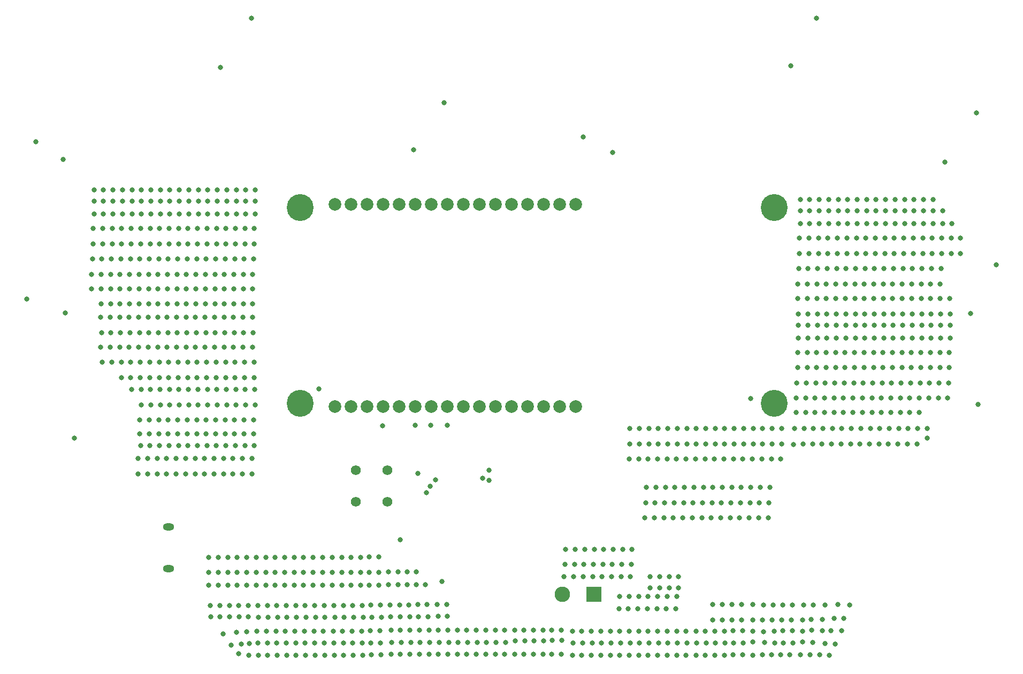
<source format=gbr>
%TF.GenerationSoftware,Altium Limited,Altium Designer,24.6.1 (21)*%
G04 Layer_Color=16711935*
%FSLAX45Y45*%
%MOMM*%
%TF.SameCoordinates,D6E34864-ACFE-43FA-A01B-F9739AC3D18D*%
%TF.FilePolarity,Negative*%
%TF.FileFunction,Soldermask,Bot*%
%TF.Part,Single*%
G01*
G75*
%TA.AperFunction,ComponentPad*%
%ADD39C,1.57480*%
%ADD73C,4.25320*%
%ADD74C,2.00320*%
%ADD75O,1.80320X1.10320*%
%ADD76C,2.45320*%
%ADD77R,2.45320X2.45320*%
%TA.AperFunction,ViaPad*%
%ADD78C,0.80320*%
D39*
X-2786790Y4972911D02*
D03*
X-2286790D02*
D03*
Y5472910D02*
D03*
X-2786790D02*
D03*
D73*
X3834610Y9627010D02*
D03*
X-3665390D02*
D03*
X3834610Y6527010D02*
D03*
X-3665390D02*
D03*
D74*
X694610Y6477010D02*
D03*
X440610D02*
D03*
X186610D02*
D03*
X-67390D02*
D03*
X-321390D02*
D03*
X-575390D02*
D03*
X-829390D02*
D03*
X-1083390D02*
D03*
X-1337390D02*
D03*
X-1591390D02*
D03*
X-1845390D02*
D03*
X-2099390D02*
D03*
X-2353390D02*
D03*
X-2607390D02*
D03*
X-2861390D02*
D03*
X-3115390D02*
D03*
X694610Y9677010D02*
D03*
X440610D02*
D03*
X186610D02*
D03*
X-67390D02*
D03*
X-321390D02*
D03*
X-575390D02*
D03*
X-829390D02*
D03*
X-1083390D02*
D03*
X-1337390D02*
D03*
X-1591390D02*
D03*
X-1845390D02*
D03*
X-2099390D02*
D03*
X-2353390D02*
D03*
X-2607390D02*
D03*
X-2861390D02*
D03*
X-3115390D02*
D03*
D75*
X-5746190Y4571010D02*
D03*
Y3911010D02*
D03*
D76*
X481810Y3504410D02*
D03*
D77*
X981810D02*
D03*
D78*
X-1423190Y3707610D02*
D03*
X-2083590Y4368010D02*
D03*
X2023847Y3610428D02*
D03*
X2173847D02*
D03*
X2323847D02*
D03*
X1869959Y3609972D02*
D03*
Y3787772D02*
D03*
X2323847Y3788228D02*
D03*
X2173847D02*
D03*
X2023847D02*
D03*
X2279179Y3278421D02*
D03*
X2129179D02*
D03*
X1979179D02*
D03*
X1829179D02*
D03*
X1679179D02*
D03*
X1529179D02*
D03*
X1379179D02*
D03*
X1391879Y3468921D02*
D03*
X1541879D02*
D03*
X1691879D02*
D03*
X1841879D02*
D03*
X1991879D02*
D03*
X2141879D02*
D03*
X2291879D02*
D03*
X512173Y3787776D02*
D03*
X662173D02*
D03*
X812173D02*
D03*
X962173D02*
D03*
X1112173D02*
D03*
X1262173D02*
D03*
X1412173D02*
D03*
X1562173D02*
D03*
X524873Y3978276D02*
D03*
X674873D02*
D03*
X824873D02*
D03*
X974873D02*
D03*
X1124873D02*
D03*
X1274873D02*
D03*
X1424873D02*
D03*
X1574873D02*
D03*
X537573Y4219576D02*
D03*
X687573D02*
D03*
X837573D02*
D03*
X987573D02*
D03*
X1137573D02*
D03*
X1287573D02*
D03*
X1437573D02*
D03*
X1587573D02*
D03*
X4708951Y2540619D02*
D03*
X5026451Y3340719D02*
D03*
X4797851Y2718419D02*
D03*
X4899451Y2934319D02*
D03*
X4937551Y3124819D02*
D03*
X4456344Y3338381D02*
D03*
X4637456Y3337926D02*
D03*
X4303701Y3336655D02*
D03*
X3972589Y3337111D02*
D03*
X4122589D02*
D03*
X3818701Y3336655D02*
D03*
X3668701D02*
D03*
X4445658Y2746678D02*
D03*
X4416835Y3109717D02*
D03*
X4597947Y3109261D02*
D03*
Y2931461D02*
D03*
X4432958Y2937178D02*
D03*
X4121254Y2930871D02*
D03*
X3971254D02*
D03*
X3670932Y2912910D02*
D03*
X3833632Y2925610D02*
D03*
X4286244Y2925154D02*
D03*
Y3102954D02*
D03*
X3955132Y3103410D02*
D03*
X4105132D02*
D03*
X3801244Y3102954D02*
D03*
X3651244D02*
D03*
X3846332Y2735110D02*
D03*
X3683632Y2747810D02*
D03*
X3983954Y2740371D02*
D03*
X4133954D02*
D03*
X4288732Y2750312D02*
D03*
X3501332D02*
D03*
X4847532Y3343308D02*
D03*
X4787110Y3123410D02*
D03*
X4736310Y2932910D02*
D03*
X4644332Y2724912D02*
D03*
X4555432Y2547112D02*
D03*
X4403032D02*
D03*
X4085642Y2552829D02*
D03*
X3935642D02*
D03*
X3648020Y2547568D02*
D03*
X3798020D02*
D03*
X4250632Y2547112D02*
D03*
X-4598190Y2717010D02*
D03*
X-4469933Y2728897D02*
D03*
X-4483333Y3148236D02*
D03*
X-4633333D02*
D03*
X-4783333D02*
D03*
X-4933333D02*
D03*
X-4508733Y2915732D02*
D03*
X-4671433Y2903032D02*
D03*
X-2393846Y2740371D02*
D03*
X-2543846D02*
D03*
X-3131468Y2735110D02*
D03*
X-2981468D02*
D03*
X-2831468D02*
D03*
X-2681468D02*
D03*
X-3285356Y2734654D02*
D03*
X-3435356D02*
D03*
X-3585356D02*
D03*
X-3735356D02*
D03*
X-3885356D02*
D03*
X-4035356D02*
D03*
X-4185356D02*
D03*
X-4335356D02*
D03*
X476354Y2778471D02*
D03*
X326354D02*
D03*
X-261268Y2773210D02*
D03*
X-111268D02*
D03*
X38732D02*
D03*
X188732D02*
D03*
X-415156Y2747354D02*
D03*
X-565156D02*
D03*
X-715156D02*
D03*
X-865156D02*
D03*
X-1015156D02*
D03*
X-1165156D02*
D03*
X-1315156D02*
D03*
X-1465156D02*
D03*
X-1615156D02*
D03*
X-1765156D02*
D03*
X-1915156D02*
D03*
X-2065156D02*
D03*
X-2215156D02*
D03*
X3346554Y2740371D02*
D03*
X3196554D02*
D03*
X2608932Y2735110D02*
D03*
X2758932D02*
D03*
X2908932D02*
D03*
X3058932D02*
D03*
X2455044Y2734654D02*
D03*
X2305044D02*
D03*
X2155044D02*
D03*
X2005044D02*
D03*
X1855044D02*
D03*
X1705044D02*
D03*
X1555044D02*
D03*
X1405044D02*
D03*
X1255044D02*
D03*
X1105044D02*
D03*
X955044D02*
D03*
X805044D02*
D03*
X655044D02*
D03*
X-4476202Y2539414D02*
D03*
X-4641302Y2564814D02*
D03*
X-4755602Y2704514D02*
D03*
X-4882602Y2882314D02*
D03*
X-5077006Y3149014D02*
D03*
X-1483526Y3156843D02*
D03*
X-1333526D02*
D03*
X-1496226Y3347343D02*
D03*
X-1346226D02*
D03*
X-1969429Y3858936D02*
D03*
X-2119429D02*
D03*
X-2269429D02*
D03*
X-1831807Y3864197D02*
D03*
X-1681807Y3660997D02*
D03*
X-1831807D02*
D03*
X-1656407Y3343497D02*
D03*
X-1806407D02*
D03*
X-2244029Y3338236D02*
D03*
X-2094029D02*
D03*
X-1944029D02*
D03*
X-2269429Y3655736D02*
D03*
X-2119429D02*
D03*
X-1969429D02*
D03*
X-1643707Y3152997D02*
D03*
X-1793707D02*
D03*
X-2231329Y3147736D02*
D03*
X-2081329D02*
D03*
X-1931329D02*
D03*
X-2387781Y2547815D02*
D03*
X-2537781D02*
D03*
X-3125404Y2542553D02*
D03*
X-2975404D02*
D03*
X-2825404D02*
D03*
X-2675404D02*
D03*
X-3279292Y2542098D02*
D03*
X-3429292D02*
D03*
X-3579292D02*
D03*
X-3729292D02*
D03*
X-3879292D02*
D03*
X-4029292D02*
D03*
X-4179292D02*
D03*
X-4329292D02*
D03*
X2863844Y3102954D02*
D03*
X3013844D02*
D03*
X2863844Y3344254D02*
D03*
X3013844D02*
D03*
X3317732Y3344710D02*
D03*
X3167732D02*
D03*
X3317732Y3103410D02*
D03*
X3167732D02*
D03*
X3498844Y3344254D02*
D03*
Y3102954D02*
D03*
Y2925154D02*
D03*
Y2544154D02*
D03*
X642344D02*
D03*
X792344D02*
D03*
X942344D02*
D03*
X1092344D02*
D03*
X1242344D02*
D03*
X1392344D02*
D03*
X1542344D02*
D03*
X1692344D02*
D03*
X1842344D02*
D03*
X1992344D02*
D03*
X2142344D02*
D03*
X2292344D02*
D03*
X2442344D02*
D03*
X642344Y2925154D02*
D03*
X792344D02*
D03*
X942344D02*
D03*
X1092344D02*
D03*
X1242344D02*
D03*
X1392344D02*
D03*
X1542344D02*
D03*
X1692344D02*
D03*
X1842344D02*
D03*
X1992344D02*
D03*
X2142344D02*
D03*
X2292344D02*
D03*
X2442344D02*
D03*
X3046232Y2925610D02*
D03*
X2896232D02*
D03*
X2746232D02*
D03*
X2596232D02*
D03*
X3046232Y2544610D02*
D03*
X2896232D02*
D03*
X2746232D02*
D03*
X2596232D02*
D03*
X3183854Y2549871D02*
D03*
X3333854D02*
D03*
X3183854Y2930871D02*
D03*
X3333854D02*
D03*
X-2227856Y2556854D02*
D03*
X-2077856D02*
D03*
X-1927856D02*
D03*
X-1777856D02*
D03*
X-1627856D02*
D03*
X-1477856D02*
D03*
X-1327856D02*
D03*
X-1177856D02*
D03*
X-1027856D02*
D03*
X-877856D02*
D03*
X-727856D02*
D03*
X-577856D02*
D03*
X-427856D02*
D03*
X-2227856Y2937854D02*
D03*
X-2077856D02*
D03*
X-1927856D02*
D03*
X-1777856D02*
D03*
X-1627856D02*
D03*
X-1477856D02*
D03*
X-1327856D02*
D03*
X-1177856D02*
D03*
X-1027856D02*
D03*
X-877856D02*
D03*
X-727856D02*
D03*
X-577856D02*
D03*
X-427856D02*
D03*
X176032Y2938310D02*
D03*
X26032D02*
D03*
X-123968D02*
D03*
X-273968D02*
D03*
X176032Y2557310D02*
D03*
X26032D02*
D03*
X-123968D02*
D03*
X-273968D02*
D03*
X313654Y2562571D02*
D03*
X463654D02*
D03*
X313654Y2943571D02*
D03*
X463654D02*
D03*
X-4348056Y2925154D02*
D03*
X-4198056D02*
D03*
X-4048056D02*
D03*
X-3898056D02*
D03*
X-3748056D02*
D03*
X-3598056D02*
D03*
X-3448056D02*
D03*
X-3298056D02*
D03*
X-4322656Y3141054D02*
D03*
X-4172656D02*
D03*
X-4022656D02*
D03*
X-3872656D02*
D03*
X-3722656D02*
D03*
X-3572656D02*
D03*
X-3422656D02*
D03*
X-3272656D02*
D03*
X-2668768Y3141510D02*
D03*
X-2818768D02*
D03*
X-2968768D02*
D03*
X-3118768D02*
D03*
X-2694168Y2925610D02*
D03*
X-2844168D02*
D03*
X-2994168D02*
D03*
X-3144168D02*
D03*
X-2556546Y2930871D02*
D03*
X-2406546D02*
D03*
X-2531146Y3146771D02*
D03*
X-2381146D02*
D03*
X-5085356Y3331554D02*
D03*
X-4935356D02*
D03*
X-4785356D02*
D03*
X-4635356D02*
D03*
X-4485356D02*
D03*
X-4335356D02*
D03*
X-4185356D02*
D03*
X-4035356D02*
D03*
X-3885356D02*
D03*
X-3735356D02*
D03*
X-3585356D02*
D03*
X-3435356D02*
D03*
X-3285356D02*
D03*
X-5110756Y3649054D02*
D03*
X-4960756D02*
D03*
X-4810756D02*
D03*
X-4660756D02*
D03*
X-4510756D02*
D03*
X-4360756D02*
D03*
X-4210756D02*
D03*
X-4060756D02*
D03*
X-3910756D02*
D03*
X-3760756D02*
D03*
X-3610756D02*
D03*
X-3460756D02*
D03*
X-3310756D02*
D03*
X-2706868Y3649510D02*
D03*
X-2856868D02*
D03*
X-3006868D02*
D03*
X-3156868D02*
D03*
X-2681468Y3332010D02*
D03*
X-2831468D02*
D03*
X-2981468D02*
D03*
X-3131468D02*
D03*
X-2543846Y3337271D02*
D03*
X-2393846D02*
D03*
X-2569246Y3654771D02*
D03*
X-2419246D02*
D03*
Y4099271D02*
D03*
X-2569246D02*
D03*
X-2419246Y3857971D02*
D03*
X-2569246D02*
D03*
X-3156868Y3852710D02*
D03*
X-3006868D02*
D03*
X-2856868D02*
D03*
X-2706868D02*
D03*
X-3156868Y4094010D02*
D03*
X-3006868D02*
D03*
X-2856868D02*
D03*
X-2706868D02*
D03*
X-3310756Y4093554D02*
D03*
X-3460756D02*
D03*
X-3610756D02*
D03*
X-3760756D02*
D03*
X-3910756D02*
D03*
X-4060756D02*
D03*
X-4210756D02*
D03*
X-4360756D02*
D03*
X-4510756D02*
D03*
X-4660756D02*
D03*
X-4810756D02*
D03*
X-4960756D02*
D03*
X-5110756D02*
D03*
X-3310756Y3852254D02*
D03*
X-3460756D02*
D03*
X-3610756D02*
D03*
X-3760756D02*
D03*
X-3910756D02*
D03*
X-4060756D02*
D03*
X-4210756D02*
D03*
X-4360756D02*
D03*
X-4510756D02*
D03*
X-4660756D02*
D03*
X-4810756D02*
D03*
X-4960756D02*
D03*
X-5110756D02*
D03*
X4293776Y5886029D02*
D03*
X4443776D02*
D03*
X4593776D02*
D03*
X4743776D02*
D03*
X4893776D02*
D03*
X5043776D02*
D03*
X5193776D02*
D03*
X5343776D02*
D03*
X5493776D02*
D03*
X5643776D02*
D03*
X5793776D02*
D03*
X5943776D02*
D03*
X6093776D02*
D03*
X4156476Y6127329D02*
D03*
X4306476D02*
D03*
X4456476D02*
D03*
X4606476D02*
D03*
X4756476D02*
D03*
X4906476D02*
D03*
X5056476D02*
D03*
X5206476D02*
D03*
X5356476D02*
D03*
X5506476D02*
D03*
X5656476D02*
D03*
X5806476D02*
D03*
X5956476D02*
D03*
X6106476D02*
D03*
X6256476D02*
D03*
X4139410Y5879310D02*
D03*
X3764773Y5197476D02*
D03*
X3614773D02*
D03*
X3464773D02*
D03*
X3314773D02*
D03*
X3164773D02*
D03*
X3014773D02*
D03*
X2864773D02*
D03*
X2714773D02*
D03*
X2564773D02*
D03*
X2414773D02*
D03*
X2264773D02*
D03*
X2114773D02*
D03*
X1964773D02*
D03*
X1814773D02*
D03*
X3752073Y4956176D02*
D03*
X3602073D02*
D03*
X3452073D02*
D03*
X3302073D02*
D03*
X3152073D02*
D03*
X3002073D02*
D03*
X2852073D02*
D03*
X2702073D02*
D03*
X2552073D02*
D03*
X2402073D02*
D03*
X2252073D02*
D03*
X2102073D02*
D03*
X1952073D02*
D03*
X1802073D02*
D03*
X3739373Y4714876D02*
D03*
X3589373D02*
D03*
X3439373D02*
D03*
X3289373D02*
D03*
X3139373D02*
D03*
X2989373D02*
D03*
X2839373D02*
D03*
X2689373D02*
D03*
X2539373D02*
D03*
X2389373D02*
D03*
X2239373D02*
D03*
X2089373D02*
D03*
X1939373D02*
D03*
X1789373D02*
D03*
X1540276Y5644729D02*
D03*
X1690276D02*
D03*
X1840276D02*
D03*
X1990276D02*
D03*
X2140276D02*
D03*
X2290276D02*
D03*
X2440276D02*
D03*
X2590276D02*
D03*
X2740276D02*
D03*
X2890276D02*
D03*
X3040276D02*
D03*
X3190276D02*
D03*
X3340276D02*
D03*
X3490276D02*
D03*
X3640276D02*
D03*
X3790276D02*
D03*
X3940276D02*
D03*
X1552976Y5886029D02*
D03*
X1702976D02*
D03*
X1852976D02*
D03*
X2002976D02*
D03*
X2152976D02*
D03*
X2302976D02*
D03*
X2452976D02*
D03*
X2602976D02*
D03*
X2752976D02*
D03*
X2902976D02*
D03*
X3052976D02*
D03*
X3202976D02*
D03*
X3352976D02*
D03*
X3502976D02*
D03*
X3652976D02*
D03*
X3802976D02*
D03*
X3952976D02*
D03*
X1552976Y6127329D02*
D03*
X1702976D02*
D03*
X1852976D02*
D03*
X2002976D02*
D03*
X2152976D02*
D03*
X2302976D02*
D03*
X2452976D02*
D03*
X2602976D02*
D03*
X2752976D02*
D03*
X2902976D02*
D03*
X3052976D02*
D03*
X3202976D02*
D03*
X3352976D02*
D03*
X3502976D02*
D03*
X3652976D02*
D03*
X3802976D02*
D03*
X3952976D02*
D03*
X4219976Y7943429D02*
D03*
X4369976D02*
D03*
X4519976D02*
D03*
X4669976D02*
D03*
X4819976D02*
D03*
X4969976D02*
D03*
X5119976D02*
D03*
X5269976D02*
D03*
X5419976D02*
D03*
X5569976D02*
D03*
X5719976D02*
D03*
X5869976D02*
D03*
X6019976D02*
D03*
X6169976D02*
D03*
X6319976D02*
D03*
X6469976D02*
D03*
X6619976D02*
D03*
Y7765629D02*
D03*
X6469976D02*
D03*
X6319976D02*
D03*
X6169976D02*
D03*
X6019976D02*
D03*
X5869976D02*
D03*
X5719976D02*
D03*
X5569976D02*
D03*
X5419976D02*
D03*
X5269976D02*
D03*
X5119976D02*
D03*
X4969976D02*
D03*
X4819976D02*
D03*
X4669976D02*
D03*
X4519976D02*
D03*
X4369976D02*
D03*
X4219976D02*
D03*
X6619976Y7562429D02*
D03*
X6469976D02*
D03*
X6319976D02*
D03*
X6169976D02*
D03*
X6019976D02*
D03*
X5869976D02*
D03*
X5719976D02*
D03*
X5569976D02*
D03*
X5419976D02*
D03*
X5269976D02*
D03*
X5119976D02*
D03*
X4969976D02*
D03*
X4819976D02*
D03*
X4669976D02*
D03*
X4519976D02*
D03*
X4369976D02*
D03*
X4219976D02*
D03*
X6607276Y7333829D02*
D03*
X6457276D02*
D03*
X6307276D02*
D03*
X6157276D02*
D03*
X6007276D02*
D03*
X5857276D02*
D03*
X5707276D02*
D03*
X5557276D02*
D03*
X5407276D02*
D03*
X5257276D02*
D03*
X5107276D02*
D03*
X4957276D02*
D03*
X4807276D02*
D03*
X4657276D02*
D03*
X4507276D02*
D03*
X4357276D02*
D03*
X4207276D02*
D03*
X6607276Y7092529D02*
D03*
X6457276D02*
D03*
X6307276D02*
D03*
X6157276D02*
D03*
X6007276D02*
D03*
X5857276D02*
D03*
X5707276D02*
D03*
X5557276D02*
D03*
X5407276D02*
D03*
X5257276D02*
D03*
X5107276D02*
D03*
X4957276D02*
D03*
X4807276D02*
D03*
X4657276D02*
D03*
X4507276D02*
D03*
X4357276D02*
D03*
X4207276D02*
D03*
X6594576Y6851229D02*
D03*
X6444576D02*
D03*
X6294576D02*
D03*
X6144576D02*
D03*
X5994576D02*
D03*
X5844576D02*
D03*
X5694576D02*
D03*
X5544576D02*
D03*
X5394576D02*
D03*
X5244576D02*
D03*
X5094576D02*
D03*
X4944576D02*
D03*
X4794576D02*
D03*
X4644576D02*
D03*
X4494576D02*
D03*
X4344576D02*
D03*
X4194576D02*
D03*
X6581876Y6609929D02*
D03*
X6431876D02*
D03*
X6281876D02*
D03*
X6131876D02*
D03*
X5981876D02*
D03*
X5831876D02*
D03*
X5681876D02*
D03*
X5531876D02*
D03*
X5381876D02*
D03*
X5231876D02*
D03*
X5081876D02*
D03*
X4931876D02*
D03*
X4781876D02*
D03*
X4631876D02*
D03*
X4481876D02*
D03*
X4331876D02*
D03*
X4181876D02*
D03*
X6131876Y6381329D02*
D03*
X5981876D02*
D03*
X5831876D02*
D03*
X5681876D02*
D03*
X5531876D02*
D03*
X5381876D02*
D03*
X5231876D02*
D03*
X5081876D02*
D03*
X4931876D02*
D03*
X4781876D02*
D03*
X4631876D02*
D03*
X4481876D02*
D03*
X4331876D02*
D03*
X4181876D02*
D03*
X4249210Y9752810D02*
D03*
X4399210D02*
D03*
X4549210D02*
D03*
X4699210D02*
D03*
X4849210D02*
D03*
X4999210D02*
D03*
X5149210D02*
D03*
X5299210D02*
D03*
X5449210D02*
D03*
X5599210D02*
D03*
X5749210D02*
D03*
X5899210D02*
D03*
X6049210D02*
D03*
X6199210D02*
D03*
X6349210D02*
D03*
X6499210Y9575010D02*
D03*
X6349210D02*
D03*
X6199210D02*
D03*
X6049210D02*
D03*
X5899210D02*
D03*
X5749210D02*
D03*
X5599210D02*
D03*
X5449210D02*
D03*
X5299210D02*
D03*
X5149210D02*
D03*
X4999210D02*
D03*
X4849210D02*
D03*
X4699210D02*
D03*
X4549210D02*
D03*
X4399210D02*
D03*
X4249210D02*
D03*
X6649210Y9371810D02*
D03*
X6499210D02*
D03*
X6349210D02*
D03*
X6199210D02*
D03*
X6049210D02*
D03*
X5899210D02*
D03*
X5749210D02*
D03*
X5599210D02*
D03*
X5449210D02*
D03*
X5299210D02*
D03*
X5149210D02*
D03*
X4999210D02*
D03*
X4849210D02*
D03*
X4699210D02*
D03*
X4549210D02*
D03*
X4399210D02*
D03*
X4249210D02*
D03*
X6786510Y9143210D02*
D03*
X6636510D02*
D03*
X6486510D02*
D03*
X6336510D02*
D03*
X6186510D02*
D03*
X6036510D02*
D03*
X5886510D02*
D03*
X5736510D02*
D03*
X5586510D02*
D03*
X5436510D02*
D03*
X5286510D02*
D03*
X5136510D02*
D03*
X4986510D02*
D03*
X4836510D02*
D03*
X4686510D02*
D03*
X4536510D02*
D03*
X4386510D02*
D03*
X4236510D02*
D03*
X6786510Y8901910D02*
D03*
X6636510D02*
D03*
X6486510D02*
D03*
X6336510D02*
D03*
X6186510D02*
D03*
X6036510D02*
D03*
X5886510D02*
D03*
X5736510D02*
D03*
X5586510D02*
D03*
X5436510D02*
D03*
X5286510D02*
D03*
X5136510D02*
D03*
X4986510D02*
D03*
X4836510D02*
D03*
X4686510D02*
D03*
X4536510D02*
D03*
X4386510D02*
D03*
X4236510D02*
D03*
X6473810Y8660610D02*
D03*
X6323810D02*
D03*
X6173810D02*
D03*
X6023810D02*
D03*
X5873810D02*
D03*
X5723810D02*
D03*
X5573810D02*
D03*
X5423810D02*
D03*
X5273810D02*
D03*
X5123810D02*
D03*
X4973810D02*
D03*
X4823810D02*
D03*
X4673810D02*
D03*
X4523810D02*
D03*
X4373810D02*
D03*
X4223810D02*
D03*
X6461110Y8419310D02*
D03*
X6311110D02*
D03*
X6161110D02*
D03*
X6011110D02*
D03*
X5861110D02*
D03*
X5711110D02*
D03*
X5561110D02*
D03*
X5411110D02*
D03*
X5261110D02*
D03*
X5111110D02*
D03*
X4961110D02*
D03*
X4811110D02*
D03*
X4661110D02*
D03*
X4511110D02*
D03*
X4361110D02*
D03*
X4211110D02*
D03*
X6611110Y8190710D02*
D03*
X6461110D02*
D03*
X6311110D02*
D03*
X6161110D02*
D03*
X6011110D02*
D03*
X5861110D02*
D03*
X5711110D02*
D03*
X5561110D02*
D03*
X5411110D02*
D03*
X5261110D02*
D03*
X5111110D02*
D03*
X4961110D02*
D03*
X4811110D02*
D03*
X4661110D02*
D03*
X4511110D02*
D03*
X4361110D02*
D03*
X4211110D02*
D03*
X-6228356Y5414354D02*
D03*
X-6078356D02*
D03*
X-5928356D02*
D03*
X-5778356D02*
D03*
X-5628356D02*
D03*
X-5478356D02*
D03*
X-5328356D02*
D03*
X-5178356D02*
D03*
X-5028356D02*
D03*
X-4878356D02*
D03*
X-4728356D02*
D03*
X-4578356D02*
D03*
X-4428356D02*
D03*
X-6228356Y5655654D02*
D03*
X-6078356D02*
D03*
X-5928356D02*
D03*
X-5778356D02*
D03*
X-5628356D02*
D03*
X-5478356D02*
D03*
X-5328356D02*
D03*
X-5178356D02*
D03*
X-5028356D02*
D03*
X-4878356D02*
D03*
X-4728356D02*
D03*
X-4578356D02*
D03*
X-4428356D02*
D03*
X-6190256Y5858854D02*
D03*
X-6040256D02*
D03*
X-5890256D02*
D03*
X-5740256D02*
D03*
X-5590256D02*
D03*
X-5440256D02*
D03*
X-5290256D02*
D03*
X-5140256D02*
D03*
X-4990256D02*
D03*
X-4840256D02*
D03*
X-4690256D02*
D03*
X-4540256D02*
D03*
X-4390256D02*
D03*
X-6202956Y6049354D02*
D03*
X-6052956D02*
D03*
X-5902956D02*
D03*
X-5752956D02*
D03*
X-5602956D02*
D03*
X-5452956D02*
D03*
X-5302956D02*
D03*
X-5152956D02*
D03*
X-5002956D02*
D03*
X-4852956D02*
D03*
X-4702956D02*
D03*
X-4552956D02*
D03*
X-4402956D02*
D03*
X-6202956Y6265254D02*
D03*
X-6052956D02*
D03*
X-5902956D02*
D03*
X-5752956D02*
D03*
X-5602956D02*
D03*
X-5452956D02*
D03*
X-5302956D02*
D03*
X-5152956D02*
D03*
X-5002956D02*
D03*
X-4852956D02*
D03*
X-4702956D02*
D03*
X-4552956D02*
D03*
X-4402956D02*
D03*
X-4378758Y6504949D02*
D03*
X-4528758D02*
D03*
X-4678758D02*
D03*
X-4828758D02*
D03*
X-4978758D02*
D03*
X-5128758D02*
D03*
X-5278758D02*
D03*
X-5428758D02*
D03*
X-5578758D02*
D03*
X-5728758D02*
D03*
X-5878758D02*
D03*
X-6028758D02*
D03*
X-6178758D02*
D03*
X-6333307Y6746827D02*
D03*
X-6183307D02*
D03*
X-6033307D02*
D03*
X-5883307D02*
D03*
X-5733307D02*
D03*
X-5583307D02*
D03*
X-5433307D02*
D03*
X-5283307D02*
D03*
X-5133307D02*
D03*
X-4983307D02*
D03*
X-4833307D02*
D03*
X-4683307D02*
D03*
X-4533307D02*
D03*
X-4383307D02*
D03*
X-4396007Y6937327D02*
D03*
X-4546007D02*
D03*
X-4696007D02*
D03*
X-4846007D02*
D03*
X-4996007D02*
D03*
X-5146007D02*
D03*
X-5296007D02*
D03*
X-5446007D02*
D03*
X-5596007D02*
D03*
X-5746007D02*
D03*
X-5896007D02*
D03*
X-6046007D02*
D03*
X-6196007D02*
D03*
X-6346007D02*
D03*
X-6496007D02*
D03*
X-4396007Y7178627D02*
D03*
X-4546007D02*
D03*
X-4696007D02*
D03*
X-4846007D02*
D03*
X-4996007D02*
D03*
X-5146007D02*
D03*
X-5296007D02*
D03*
X-5446007D02*
D03*
X-5596007D02*
D03*
X-5746007D02*
D03*
X-5896007D02*
D03*
X-6046007D02*
D03*
X-6196007D02*
D03*
X-6346007D02*
D03*
X-6496007D02*
D03*
X-6646007D02*
D03*
X-6796007D02*
D03*
X-4421407Y7419927D02*
D03*
X-4571407D02*
D03*
X-4721407D02*
D03*
X-4871407D02*
D03*
X-5021407D02*
D03*
X-5171407D02*
D03*
X-5321407D02*
D03*
X-5471407D02*
D03*
X-5621407D02*
D03*
X-5771407D02*
D03*
X-5921407D02*
D03*
X-6071407D02*
D03*
X-6221407D02*
D03*
X-6371407D02*
D03*
X-6521407D02*
D03*
X-6671407D02*
D03*
X-6821407D02*
D03*
X-4408707Y7648527D02*
D03*
X-4558707D02*
D03*
X-4708707D02*
D03*
X-4858707D02*
D03*
X-5008707D02*
D03*
X-5158707D02*
D03*
X-5308707D02*
D03*
X-5458707D02*
D03*
X-5608707D02*
D03*
X-5758707D02*
D03*
X-5908707D02*
D03*
X-6058707D02*
D03*
X-6208707D02*
D03*
X-6358707D02*
D03*
X-6508707D02*
D03*
X-6658707D02*
D03*
X-6808707D02*
D03*
X-4421407Y7889827D02*
D03*
X-4571407D02*
D03*
X-4721407D02*
D03*
X-4871407D02*
D03*
X-5021407D02*
D03*
X-5171407D02*
D03*
X-5321407D02*
D03*
X-5471407D02*
D03*
X-5621407D02*
D03*
X-5771407D02*
D03*
X-5921407D02*
D03*
X-6071407D02*
D03*
X-6221407D02*
D03*
X-6371407D02*
D03*
X-6521407D02*
D03*
X-6671407D02*
D03*
X-6821407D02*
D03*
X-6814890Y8101810D02*
D03*
X-6664890D02*
D03*
X-6514890D02*
D03*
X-6364890D02*
D03*
X-6214890D02*
D03*
X-6064890D02*
D03*
X-5914890D02*
D03*
X-5764890D02*
D03*
X-5614890D02*
D03*
X-5464890D02*
D03*
X-5314890D02*
D03*
X-5164890D02*
D03*
X-5014890D02*
D03*
X-4864890D02*
D03*
X-4714890D02*
D03*
X-4564890D02*
D03*
X-4414890D02*
D03*
X-6964890Y8343110D02*
D03*
X-6814890D02*
D03*
X-6664890D02*
D03*
X-6514890D02*
D03*
X-6364890D02*
D03*
X-6214890D02*
D03*
X-6064890D02*
D03*
X-5914890D02*
D03*
X-5764890D02*
D03*
X-5614890D02*
D03*
X-5464890D02*
D03*
X-5314890D02*
D03*
X-5164890D02*
D03*
X-5014890D02*
D03*
X-4864890D02*
D03*
X-4714890D02*
D03*
X-4564890D02*
D03*
X-4414890D02*
D03*
X-6964890Y8571710D02*
D03*
X-6814890D02*
D03*
X-6664890D02*
D03*
X-6514890D02*
D03*
X-6364890D02*
D03*
X-6214890D02*
D03*
X-6064890D02*
D03*
X-5914890D02*
D03*
X-5764890D02*
D03*
X-5614890D02*
D03*
X-5464890D02*
D03*
X-5314890D02*
D03*
X-5164890D02*
D03*
X-5014890D02*
D03*
X-4864890D02*
D03*
X-4714890D02*
D03*
X-4564890D02*
D03*
X-4414890D02*
D03*
X-6952190Y8813010D02*
D03*
X-6802190D02*
D03*
X-6652190D02*
D03*
X-6502190D02*
D03*
X-6352190D02*
D03*
X-6202190D02*
D03*
X-6052190D02*
D03*
X-5902190D02*
D03*
X-5752190D02*
D03*
X-5602190D02*
D03*
X-5452190D02*
D03*
X-5302190D02*
D03*
X-5152190D02*
D03*
X-5002190D02*
D03*
X-4852190D02*
D03*
X-4702190D02*
D03*
X-4552190D02*
D03*
X-4402190D02*
D03*
X-6939490Y9054310D02*
D03*
X-6789490D02*
D03*
X-6639490D02*
D03*
X-6489490D02*
D03*
X-6339490D02*
D03*
X-6189490D02*
D03*
X-6039490D02*
D03*
X-5889490D02*
D03*
X-5739490D02*
D03*
X-5589490D02*
D03*
X-5439490D02*
D03*
X-5289490D02*
D03*
X-5139490D02*
D03*
X-4989490D02*
D03*
X-4839490D02*
D03*
X-4689490D02*
D03*
X-4539490D02*
D03*
X-4389490D02*
D03*
X-6939490Y9295610D02*
D03*
X-6789490D02*
D03*
X-6639490D02*
D03*
X-6489490D02*
D03*
X-6339490D02*
D03*
X-6189490D02*
D03*
X-6039490D02*
D03*
X-5889490D02*
D03*
X-5739490D02*
D03*
X-5589490D02*
D03*
X-5439490D02*
D03*
X-5289490D02*
D03*
X-5139490D02*
D03*
X-4989490D02*
D03*
X-4839490D02*
D03*
X-4689490D02*
D03*
X-4539490D02*
D03*
X-4389490D02*
D03*
X-6926790Y9524210D02*
D03*
X-6776790D02*
D03*
X-6626790D02*
D03*
X-6476790D02*
D03*
X-6326790D02*
D03*
X-6176790D02*
D03*
X-6026790D02*
D03*
X-5876790D02*
D03*
X-5726790D02*
D03*
X-5576790D02*
D03*
X-5426790D02*
D03*
X-5276790D02*
D03*
X-5126790D02*
D03*
X-4976790D02*
D03*
X-4826790D02*
D03*
X-4676790D02*
D03*
X-4526790D02*
D03*
X-4376790D02*
D03*
X-6926790Y9727410D02*
D03*
X-6776790D02*
D03*
X-6626790D02*
D03*
X-6476790D02*
D03*
X-6326790D02*
D03*
X-6176790D02*
D03*
X-6026790D02*
D03*
X-5876790D02*
D03*
X-5726790D02*
D03*
X-5576790D02*
D03*
X-5426790D02*
D03*
X-5276790D02*
D03*
X-5126790D02*
D03*
X-4976790D02*
D03*
X-4826790D02*
D03*
X-4676790D02*
D03*
X-4526790D02*
D03*
X-4376790D02*
D03*
Y9905210D02*
D03*
X-4526790D02*
D03*
X-4676790D02*
D03*
X-4826790D02*
D03*
X-4976790D02*
D03*
X-5126790D02*
D03*
X-5276790D02*
D03*
X-5426790D02*
D03*
X-5576790D02*
D03*
X-5726790D02*
D03*
X-5876790D02*
D03*
X-6026790D02*
D03*
X-6176790D02*
D03*
X-6326790D02*
D03*
X-6476790D02*
D03*
X-6626790D02*
D03*
X-6776790D02*
D03*
X-6926790D02*
D03*
X-1605080Y5214820D02*
D03*
X-1524790Y5320510D02*
D03*
X-1664490Y5117310D02*
D03*
X-775490Y5345910D02*
D03*
X-7417590Y10387810D02*
D03*
X-1600990Y6184110D02*
D03*
X-1842290D02*
D03*
X6260310Y5980910D02*
D03*
X3466310Y6603210D02*
D03*
X-3366290Y6755610D02*
D03*
X7060410Y6514310D02*
D03*
X-7239790Y5980910D02*
D03*
X1281910Y10502110D02*
D03*
X-7379490Y7962110D02*
D03*
X-7989090Y8178010D02*
D03*
X-7849390Y10667210D02*
D03*
X-4433090Y12623010D02*
D03*
X-4928390Y11848310D02*
D03*
X-1385090Y11289510D02*
D03*
X-1867690Y10540210D02*
D03*
X812010Y10743410D02*
D03*
X4507710Y12623010D02*
D03*
X4101310Y11873710D02*
D03*
X7035010Y11124410D02*
D03*
X6539710Y10349710D02*
D03*
X7352510Y8724110D02*
D03*
X6946110Y7949410D02*
D03*
X-1804190Y5422110D02*
D03*
X-2362990Y6171410D02*
D03*
X-673890Y5472910D02*
D03*
Y5307810D02*
D03*
X-1334290Y6184110D02*
D03*
%TF.MD5,a3301bbd52cfcaa20c5740b672f42bff*%
M02*

</source>
